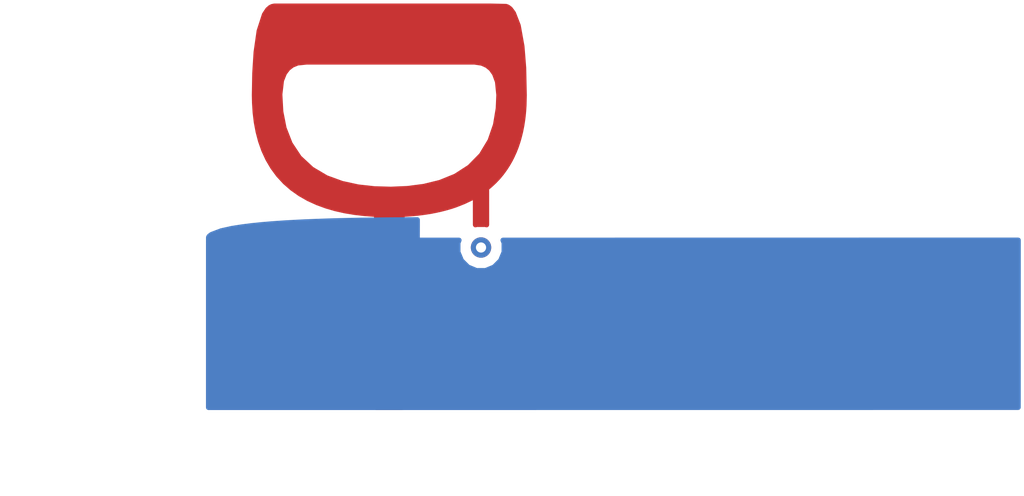
<source format=kicad_pcb>
(kicad_pcb (version 20171130) (host pcbnew "(5.0.0-rc2-dev-394-g7f6e26e55-dirty)")

  (general
    (thickness 1.6)
    (drawings 3)
    (tracks 1)
    (zones 0)
    (modules 0)
    (nets 1)
  )

  (page A4)
  (layers
    (0 F.Cu signal)
    (31 B.Cu signal)
    (32 B.Adhes user)
    (33 F.Adhes user)
    (34 B.Paste user)
    (35 F.Paste user)
    (36 B.SilkS user)
    (37 F.SilkS user)
    (38 B.Mask user)
    (39 F.Mask user)
    (40 Dwgs.User user)
    (41 Cmts.User user)
    (42 Eco1.User user)
    (43 Eco2.User user)
    (44 Edge.Cuts user)
    (45 Margin user)
    (46 B.CrtYd user)
    (47 F.CrtYd user)
    (48 B.Fab user)
    (49 F.Fab user)
  )

  (setup
    (last_trace_width 0.25)
    (trace_clearance 0.2)
    (zone_clearance 0.508)
    (zone_45_only no)
    (trace_min 0.2)
    (segment_width 0.2)
    (edge_width 0.15)
    (via_size 0.8)
    (via_drill 0.4)
    (via_min_size 0.4)
    (via_min_drill 0.3)
    (uvia_size 0.3)
    (uvia_drill 0.1)
    (uvias_allowed no)
    (uvia_min_size 0.2)
    (uvia_min_drill 0.1)
    (pcb_text_width 0.3)
    (pcb_text_size 1.5 1.5)
    (mod_edge_width 0.15)
    (mod_text_size 1 1)
    (mod_text_width 0.15)
    (pad_size 1.524 1.524)
    (pad_drill 0.762)
    (pad_to_mask_clearance 0.2)
    (aux_axis_origin 0 0)
    (visible_elements FFFFFF7F)
    (pcbplotparams
      (layerselection 0x010fc_ffffffff)
      (usegerberextensions false)
      (usegerberattributes false)
      (usegerberadvancedattributes false)
      (creategerberjobfile false)
      (excludeedgelayer true)
      (linewidth 0.150000)
      (plotframeref false)
      (viasonmask false)
      (mode 1)
      (useauxorigin false)
      (hpglpennumber 1)
      (hpglpenspeed 20)
      (hpglpendiameter 15)
      (psnegative false)
      (psa4output false)
      (plotreference true)
      (plotvalue true)
      (plotinvisibletext false)
      (padsonsilk false)
      (subtractmaskfromsilk false)
      (outputformat 1)
      (mirror false)
      (drillshape 1)
      (scaleselection 1)
      (outputdirectory ""))
  )

  (net 0 "")

  (net_class Default "This is the default net class."
    (clearance 0.2)
    (trace_width 0.25)
    (via_dia 0.8)
    (via_drill 0.4)
    (uvia_dia 0.3)
    (uvia_drill 0.1)
  )

  (dimension 9 (width 0.3) (layer Dwgs.User)
    (gr_text "9,000 mm" (at 153 76.6) (layer Dwgs.User)
      (effects (font (size 1.5 1.5) (thickness 0.3)))
    )
    (feature1 (pts (xy 148.5 71) (xy 148.5 75.086421)))
    (feature2 (pts (xy 157.5 71) (xy 157.5 75.086421)))
    (crossbar (pts (xy 157.5 74.5) (xy 148.5 74.5)))
    (arrow1a (pts (xy 148.5 74.5) (xy 149.626504 73.913579)))
    (arrow1b (pts (xy 148.5 74.5) (xy 149.626504 75.086421)))
    (arrow2a (pts (xy 157.5 74.5) (xy 156.373496 73.913579)))
    (arrow2b (pts (xy 157.5 74.5) (xy 156.373496 75.086421)))
  )
  (dimension 20 (width 0.3) (layer Dwgs.User)
    (gr_text "20,000 mm" (at 143.925163 61 270) (layer Dwgs.User)
      (effects (font (size 1.5 1.5) (thickness 0.3)))
    )
    (feature1 (pts (xy 157.530514 71) (xy 145.438742 71)))
    (feature2 (pts (xy 157.530514 51) (xy 145.438742 51)))
    (crossbar (pts (xy 146.025163 51) (xy 146.025163 71)))
    (arrow1a (pts (xy 146.025163 71) (xy 145.438742 69.873496)))
    (arrow1b (pts (xy 146.025163 71) (xy 146.611584 69.873496)))
    (arrow2a (pts (xy 146.025163 51) (xy 145.438742 52.126504)))
    (arrow2b (pts (xy 146.025163 51) (xy 146.611584 52.126504)))
  )
  (dimension 40 (width 0.3) (layer Dwgs.User)
    (gr_text "40,000 mm" (at 168.525892 55.635239) (layer Dwgs.User)
      (effects (font (size 1.5 1.5) (thickness 0.3)))
    )
    (feature1 (pts (xy 188.525892 62.434981) (xy 188.525892 57.148818)))
    (feature2 (pts (xy 148.525892 62.434981) (xy 148.525892 57.148818)))
    (crossbar (pts (xy 148.525892 57.735239) (xy 188.525892 57.735239)))
    (arrow1a (pts (xy 188.525892 57.735239) (xy 187.399388 58.32166)))
    (arrow1b (pts (xy 188.525892 57.735239) (xy 187.399388 57.148818)))
    (arrow2a (pts (xy 148.525892 57.735239) (xy 149.652396 58.32166)))
    (arrow2b (pts (xy 148.525892 57.735239) (xy 149.652396 57.148818)))
  )

  (via (at 162.002 63.012) (size 1) (drill 0.5) (layers F.Cu B.Cu) (net 0))

  (zone (net 0) (net_name "") (layer F.Cu) (tstamp 5AD32DC8) (hatch edge 0.508)
    (connect_pads yes (clearance 0.508))
    (min_thickness 0.254)
    (fill yes (arc_segments 16) (thermal_gap 0.508) (thermal_bridge_width 0.508))
    (polygon
      (pts
        (xy 156.751 61.504) (xy 156.267 61.468) (xy 155.786 61.412) (xy 155.306 61.333) (xy 154.835 61.228)
        (xy 154.37 61.093) (xy 153.913 60.926) (xy 153.472 60.724) (xy 153.05 60.483) (xy 152.654 60.203)
        (xy 152.289 59.885) (xy 152.11 59.69) (xy 151.96 59.528) (xy 151.673 59.138) (xy 151.427 58.72)
        (xy 151.223 58.278) (xy 151.062 57.822) (xy 150.938 57.352) (xy 150.848 56.874) (xy 150.79 56.395)
        (xy 150.759 55.915) (xy 150.751 55.524) (xy 150.77 54.444) (xy 150.836 53.403) (xy 150.987 52.347)
        (xy 151.257 51.512) (xy 151.438 51.238) (xy 151.583 51.112) (xy 151.713 51.049) (xy 151.846 51.024)
        (xy 152.361 51.024) (xy 162.489 51.024) (xy 163.263 51.041) (xy 163.392 51.095) (xy 163.532 51.204)
        (xy 163.703 51.435) (xy 163.95 52.074) (xy 164.137 53.119) (xy 164.221 54.177) (xy 164.251 55.524)
        (xy 164.238 56.038) (xy 164.224 56.245) (xy 164.22 56.307) (xy 164.206 56.458) (xy 164.195 56.571)
        (xy 164.168 56.776) (xy 164.149 56.905) (xy 164.127 57.038) (xy 164.104 57.159) (xy 164.066 57.347)
        (xy 164.012 57.566) (xy 163.978 57.692) (xy 163.934 57.843) (xy 163.877 58.012) (xy 163.85 58.094)
        (xy 163.777 58.281) (xy 163.756 58.335) (xy 163.695 58.469) (xy 163.642 58.586) (xy 163.538 58.79)
        (xy 163.421 58.991) (xy 163.31 59.166) (xy 163.202 59.319) (xy 163.099 59.457) (xy 163.061 59.503)
        (xy 162.933 59.656) (xy 162.886 59.705) (xy 162.818 59.776) (xy 162.754 59.845) (xy 162.66 59.933)
        (xy 162.534 60.049) (xy 162.401 60.16) (xy 162.402 63.524) (xy 161.603 63.524) (xy 161.601 60.688)
        (xy 161.206 60.876) (xy 160.79 61.04) (xy 160.596 61.105) (xy 160.351 61.178) (xy 160.1 61.244)
        (xy 159.856 61.299) (xy 159.608 61.349) (xy 159.357 61.391) (xy 159.123 61.424) (xy 158.859 61.455)
        (xy 158.616 61.479) (xy 158.251 61.504) (xy 158.25 71) (xy 156.753 71) (xy 156.749 61.716)
      )
    )
    (polygon
      (pts
        (xy 156.782 60.001) (xy 155.986 59.913) (xy 155.207 59.743) (xy 154.46 59.47) (xy 153.769 59.061)
        (xy 153.18 58.515) (xy 152.742 57.854) (xy 152.453 57.111) (xy 152.298 56.322) (xy 152.252 55.494)
        (xy 152.329 54.838) (xy 152.462 54.505) (xy 152.619 54.299) (xy 152.798 54.161) (xy 153.03 54.066)
        (xy 153.449 54.024) (xy 153.811 54.024) (xy 161.182 54.024) (xy 161.678 54.025) (xy 162.003 54.075)
        (xy 162.227 54.175) (xy 162.404 54.32) (xy 162.556 54.534) (xy 162.688 54.896) (xy 162.751 55.522)
        (xy 162.723 56.164) (xy 162.592 56.953) (xy 162.332 57.709) (xy 161.92 58.393) (xy 161.362 58.962)
        (xy 160.69 59.396) (xy 159.951 59.696) (xy 159.172 59.887) (xy 158.378 59.989) (xy 157.577 60.023)
      )
    )
    (filled_polygon
      (pts
        (xy 163.236154 51.167441) (xy 163.327342 51.205612) (xy 163.440266 51.293532) (xy 163.590724 51.496781) (xy 163.827138 52.108395)
        (xy 164.01089 53.135244) (xy 164.094112 54.183444) (xy 164.123964 55.523827) (xy 164.111109 56.032086) (xy 164.097289 56.23643)
        (xy 164.097263 56.236823) (xy 164.093377 56.297052) (xy 164.079571 56.44596) (xy 164.068805 56.556554) (xy 164.042206 56.758512)
        (xy 164.02352 56.885379) (xy 164.001953 57.01576) (xy 163.979377 57.134531) (xy 163.942048 57.319211) (xy 163.889019 57.534276)
        (xy 163.855722 57.657667) (xy 163.812816 57.804915) (xy 163.75666 57.971412) (xy 163.756371 57.972281) (xy 163.730445 58.051018)
        (xy 163.658695 58.234817) (xy 163.658635 58.234969) (xy 163.638928 58.285644) (xy 163.579413 58.416382) (xy 163.579316 58.416596)
        (xy 163.527526 58.530925) (xy 163.42646 58.729169) (xy 163.312458 58.925019) (xy 163.204439 59.09532) (xy 163.099219 59.244381)
        (xy 162.99909 59.378535) (xy 162.963309 59.421848) (xy 162.83837 59.57119) (xy 162.794346 59.617087) (xy 162.794281 59.617156)
        (xy 162.726281 59.688156) (xy 162.724887 59.689634) (xy 162.663932 59.755351) (xy 162.57357 59.839946) (xy 162.450258 59.953471)
        (xy 162.319624 60.062496) (xy 162.288506 60.101059) (xy 162.274 60.160038) (xy 162.274516 61.896364) (xy 162.227766 61.877)
        (xy 161.776234 61.877) (xy 161.728853 61.896626) (xy 161.728 60.68791) (xy 161.718298 60.639316) (xy 161.690739 60.598134)
        (xy 161.649518 60.570633) (xy 161.60091 60.561) (xy 161.546421 60.573326) (xy 161.155358 60.759452) (xy 160.746519 60.920629)
        (xy 160.557668 60.983904) (xy 160.316724 61.055695) (xy 160.06988 61.120602) (xy 159.829471 61.174793) (xy 159.584978 61.224086)
        (xy 159.337644 61.265473) (xy 159.106691 61.298043) (xy 158.845367 61.328729) (xy 158.605416 61.352428) (xy 158.242322 61.377297)
        (xy 158.194495 61.390263) (xy 158.155271 61.420544) (xy 158.130621 61.463531) (xy 158.124 61.503987) (xy 158.123013 70.873)
        (xy 156.879945 70.873) (xy 156.876 61.716535) (xy 156.877994 61.505198) (xy 156.868786 61.456508) (xy 156.841646 61.415049)
        (xy 156.800705 61.387131) (xy 156.76042 61.37735) (xy 156.279065 61.341547) (xy 155.803662 61.286198) (xy 155.330147 61.208266)
        (xy 154.866555 61.104917) (xy 154.409544 60.972236) (xy 153.961318 60.808443) (xy 153.530046 60.610898) (xy 153.118313 60.375762)
        (xy 152.732577 60.103019) (xy 152.377765 59.793896) (xy 152.203559 59.604118) (xy 152.203188 59.603715) (xy 152.058046 59.446962)
        (xy 151.779146 59.067969) (xy 151.539662 58.66104) (xy 151.340788 58.230147) (xy 151.183477 57.784596) (xy 151.061963 57.324016)
        (xy 150.973578 56.854595) (xy 150.916507 56.383268) (xy 150.885916 55.909596) (xy 150.878022 55.52382) (xy 150.878422 55.501045)
        (xy 152.125196 55.501045) (xy 152.171196 56.329045) (xy 152.173382 56.346481) (xy 152.328382 57.135481) (xy 152.334638 57.157038)
        (xy 152.623638 57.900038) (xy 152.636133 57.924151) (xy 153.074133 58.585151) (xy 153.093662 58.608138) (xy 153.682662 59.154138)
        (xy 153.704311 59.17029) (xy 154.395311 59.57929) (xy 154.416406 59.589284) (xy 155.163406 59.862284) (xy 155.179922 59.86708)
        (xy 155.958922 60.03708) (xy 155.972045 60.039231) (xy 156.768045 60.127231) (xy 156.778487 60.127951) (xy 157.573487 60.149951)
        (xy 157.582386 60.149886) (xy 158.383386 60.115886) (xy 158.394182 60.114965) (xy 159.188182 60.012965) (xy 159.202243 60.010347)
        (xy 159.981243 59.819347) (xy 159.99877 59.813673) (xy 160.73777 59.513673) (xy 160.758901 59.502685) (xy 161.430901 59.068685)
        (xy 161.452675 59.050922) (xy 162.010675 58.481922) (xy 162.028789 58.458528) (xy 162.440789 57.774528) (xy 162.452096 57.750303)
        (xy 162.712096 56.994303) (xy 162.717285 56.973801) (xy 162.848285 56.184801) (xy 162.849879 56.169534) (xy 162.877879 55.527534)
        (xy 162.877362 55.509283) (xy 162.814362 54.883283) (xy 162.807315 54.852493) (xy 162.675315 54.490493) (xy 162.65954 54.460458)
        (xy 162.50754 54.246458) (xy 162.484482 54.221757) (xy 162.307482 54.076757) (xy 162.278772 54.059031) (xy 162.054772 53.959031)
        (xy 162.022311 53.949477) (xy 161.697311 53.899477) (xy 161.678256 53.898) (xy 161.182256 53.897) (xy 153.449 53.897)
        (xy 153.436333 53.897633) (xy 153.017333 53.939633) (xy 152.981874 53.948472) (xy 152.749874 54.043472) (xy 152.720458 54.06042)
        (xy 152.541458 54.19842) (xy 152.517991 54.222018) (xy 152.360991 54.428018) (xy 152.344059 54.457894) (xy 152.211059 54.790894)
        (xy 152.202866 54.823195) (xy 152.125866 55.479195) (xy 152.125196 55.501045) (xy 150.878422 55.501045) (xy 150.896929 54.449156)
        (xy 150.96243 53.416018) (xy 151.111182 52.375738) (xy 151.372512 51.56755) (xy 151.534402 51.322479) (xy 151.653566 51.21893)
        (xy 151.753127 51.170681) (xy 151.857831 51.151) (xy 162.487622 51.151)
      )
    )
  )
  (zone (net 0) (net_name "") (layer B.Cu) (tstamp 0) (hatch edge 0.508)
    (connect_pads (clearance 0.508))
    (min_thickness 0.254)
    (fill yes (arc_segments 16) (thermal_gap 0.508) (thermal_bridge_width 0.508))
    (polygon
      (pts
        (xy 159.001 61.523) (xy 158.477 61.524) (xy 157.782 61.527) (xy 157.163 61.532) (xy 156.397 61.541)
        (xy 155.764 61.552) (xy 155.096 61.567) (xy 154.458 61.585) (xy 153.9 61.604) (xy 153.341 61.627)
        (xy 152.899 61.648) (xy 152.357 61.679) (xy 151.979 61.704) (xy 151.637 61.73) (xy 151.319 61.756)
        (xy 151.002 61.787) (xy 150.745 61.813) (xy 150.475 61.846) (xy 150.16 61.888) (xy 149.903 61.929)
        (xy 149.743 61.954) (xy 149.217 62.07) (xy 148.995 62.153) (xy 148.711 62.261) (xy 148.581 62.357)
        (xy 148.529 62.423) (xy 148.508 62.474) (xy 148.501 62.524) (xy 148.5 71) (xy 188.496 70.996)
        (xy 188.499 62.523) (xy 158.999 62.527)
      )
    )
    (filled_polygon
      (pts
        (xy 158.872 62.526747) (xy 158.881571 62.575367) (xy 158.909019 62.616623) (xy 158.950166 62.644236) (xy 158.999017 62.654)
        (xy 160.921881 62.653739) (xy 160.867 62.786234) (xy 160.867 63.237766) (xy 161.039793 63.654926) (xy 161.359074 63.974207)
        (xy 161.776234 64.147) (xy 162.227766 64.147) (xy 162.644926 63.974207) (xy 162.964207 63.654926) (xy 163.137 63.237766)
        (xy 163.137 62.786234) (xy 163.081998 62.653446) (xy 188.371955 62.650017) (xy 188.369045 70.869013) (xy 148.627015 70.872987)
        (xy 148.627999 62.532851) (xy 148.631547 62.50751) (xy 148.639701 62.487707) (xy 148.670185 62.449015) (xy 148.772427 62.373513)
        (xy 149.039732 62.271862) (xy 149.253093 62.192092) (xy 149.766492 62.078871) (xy 149.922606 62.054478) (xy 149.923008 62.054414)
        (xy 150.178395 62.013671) (xy 150.491092 61.971978) (xy 150.759105 61.939221) (xy 151.014566 61.913377) (xy 151.330332 61.882498)
        (xy 151.646981 61.856608) (xy 151.988061 61.830678) (xy 152.364774 61.805763) (xy 152.905653 61.774827) (xy 153.346581 61.753878)
        (xy 153.904884 61.730907) (xy 154.461958 61.711938) (xy 155.099133 61.693962) (xy 155.766495 61.678976) (xy 156.398923 61.667986)
        (xy 157.164155 61.658995) (xy 157.782777 61.653998) (xy 158.477375 61.651) (xy 158.873746 61.650243)
      )
    )
  )
)

</source>
